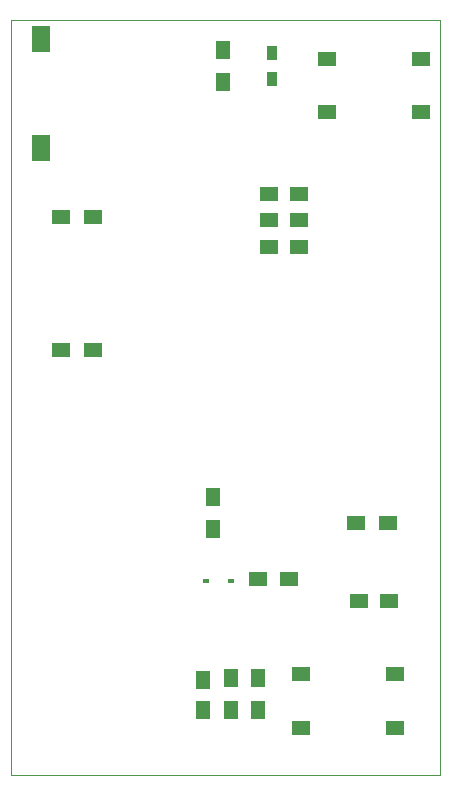
<source format=gbr>
G04 #@! TF.FileFunction,Paste,Top*
%FSLAX46Y46*%
G04 Gerber Fmt 4.6, Leading zero omitted, Abs format (unit mm)*
G04 Created by KiCad (PCBNEW 4.0.5) date 02/27/17 15:44:33*
%MOMM*%
%LPD*%
G01*
G04 APERTURE LIST*
%ADD10C,0.200000*%
%ADD11C,0.100000*%
%ADD12R,1.250000X1.500000*%
%ADD13R,1.500000X1.250000*%
%ADD14R,0.590000X0.450000*%
%ADD15R,0.900000X1.200000*%
%ADD16R,1.300000X1.500000*%
%ADD17R,1.500000X1.300000*%
%ADD18R,1.550000X1.300000*%
%ADD19R,1.600000X2.180000*%
G04 APERTURE END LIST*
D10*
D11*
X0Y64000000D02*
X36300000Y64000000D01*
X0Y0D02*
X0Y64000000D01*
X36300000Y0D02*
X0Y0D01*
X36300000Y64000000D02*
X36300000Y0D01*
D12*
X16200000Y8050000D03*
X16200000Y5550000D03*
D13*
X31950000Y14800000D03*
X29450000Y14800000D03*
X24350000Y44750000D03*
X21850000Y44750000D03*
X24350000Y47000000D03*
X21850000Y47000000D03*
X24350000Y49250000D03*
X21850000Y49250000D03*
D14*
X16495000Y16500000D03*
X18605000Y16500000D03*
D15*
X22100000Y59000000D03*
X22100000Y61200000D03*
D16*
X18600000Y5550000D03*
X18600000Y8250000D03*
X17100000Y23550000D03*
X17100000Y20850000D03*
D17*
X23550000Y16600000D03*
X20850000Y16600000D03*
D16*
X20900000Y5550000D03*
X20900000Y8250000D03*
D17*
X29150000Y21400000D03*
X31850000Y21400000D03*
X6900000Y47250000D03*
X4200000Y47250000D03*
X6900000Y36000000D03*
X4200000Y36000000D03*
D16*
X17900000Y58750000D03*
X17900000Y61450000D03*
D18*
X32475000Y4050000D03*
X24525000Y4050000D03*
X32475000Y8550000D03*
X24525000Y8550000D03*
D19*
X2547680Y53147570D03*
X2552320Y62352430D03*
D18*
X34675000Y56150000D03*
X26725000Y56150000D03*
X34675000Y60650000D03*
X26725000Y60650000D03*
M02*

</source>
